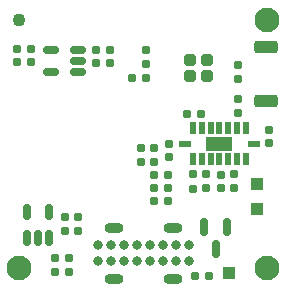
<source format=gbs>
G04 #@! TF.GenerationSoftware,KiCad,Pcbnew,9.0.2*
G04 #@! TF.CreationDate,2025-12-01T11:38:31+01:00*
G04 #@! TF.ProjectId,PCB,5043422e-6b69-4636-9164-5f7063625858,rev?*
G04 #@! TF.SameCoordinates,Original*
G04 #@! TF.FileFunction,Soldermask,Bot*
G04 #@! TF.FilePolarity,Negative*
%FSLAX46Y46*%
G04 Gerber Fmt 4.6, Leading zero omitted, Abs format (unit mm)*
G04 Created by KiCad (PCBNEW 9.0.2) date 2025-12-01 11:38:31*
%MOMM*%
%LPD*%
G01*
G04 APERTURE LIST*
G04 Aperture macros list*
%AMRoundRect*
0 Rectangle with rounded corners*
0 $1 Rounding radius*
0 $2 $3 $4 $5 $6 $7 $8 $9 X,Y pos of 4 corners*
0 Add a 4 corners polygon primitive as box body*
4,1,4,$2,$3,$4,$5,$6,$7,$8,$9,$2,$3,0*
0 Add four circle primitives for the rounded corners*
1,1,$1+$1,$2,$3*
1,1,$1+$1,$4,$5*
1,1,$1+$1,$6,$7*
1,1,$1+$1,$8,$9*
0 Add four rect primitives between the rounded corners*
20,1,$1+$1,$2,$3,$4,$5,0*
20,1,$1+$1,$4,$5,$6,$7,0*
20,1,$1+$1,$6,$7,$8,$9,0*
20,1,$1+$1,$8,$9,$2,$3,0*%
G04 Aperture macros list end*
%ADD10C,2.100000*%
%ADD11C,1.100000*%
%ADD12RoundRect,0.250000X-0.250000X-0.250000X0.250000X-0.250000X0.250000X0.250000X-0.250000X0.250000X0*%
%ADD13C,0.800000*%
%ADD14O,1.600000X0.900000*%
%ADD15RoundRect,0.160000X-0.160000X0.197500X-0.160000X-0.197500X0.160000X-0.197500X0.160000X0.197500X0*%
%ADD16RoundRect,0.155000X-0.155000X0.212500X-0.155000X-0.212500X0.155000X-0.212500X0.155000X0.212500X0*%
%ADD17RoundRect,0.155000X0.212500X0.155000X-0.212500X0.155000X-0.212500X-0.155000X0.212500X-0.155000X0*%
%ADD18R,0.500000X1.000000*%
%ADD19R,1.100000X0.500000*%
%ADD20R,2.320000X1.200000*%
%ADD21R,1.000000X1.000000*%
%ADD22RoundRect,0.160000X0.160000X-0.197500X0.160000X0.197500X-0.160000X0.197500X-0.160000X-0.197500X0*%
%ADD23RoundRect,0.160000X-0.197500X-0.160000X0.197500X-0.160000X0.197500X0.160000X-0.197500X0.160000X0*%
%ADD24RoundRect,0.150000X-0.150000X0.587500X-0.150000X-0.587500X0.150000X-0.587500X0.150000X0.587500X0*%
%ADD25RoundRect,0.150000X0.512500X0.150000X-0.512500X0.150000X-0.512500X-0.150000X0.512500X-0.150000X0*%
%ADD26RoundRect,0.155000X-0.212500X-0.155000X0.212500X-0.155000X0.212500X0.155000X-0.212500X0.155000X0*%
%ADD27RoundRect,0.150000X0.150000X-0.512500X0.150000X0.512500X-0.150000X0.512500X-0.150000X-0.512500X0*%
%ADD28RoundRect,0.160000X0.197500X0.160000X-0.197500X0.160000X-0.197500X-0.160000X0.197500X-0.160000X0*%
%ADD29RoundRect,0.275000X-0.725000X0.275000X-0.725000X-0.275000X0.725000X-0.275000X0.725000X0.275000X0*%
G04 APERTURE END LIST*
D10*
X110500000Y-89500000D03*
D11*
X89500000Y-89500000D03*
D12*
X104000000Y-92900001D03*
X104000000Y-94300001D03*
X105400000Y-92900001D03*
X105400000Y-94300001D03*
D10*
X89500000Y-110500000D03*
X110500000Y-110500000D03*
D13*
X96150000Y-108625000D03*
X97250000Y-108625000D03*
X98350000Y-108625000D03*
X99450000Y-108625000D03*
X100550000Y-108625000D03*
X101650000Y-108625000D03*
X102750000Y-108625000D03*
X103850000Y-108625000D03*
X103850000Y-109975000D03*
X102750000Y-109975000D03*
X101650000Y-109975000D03*
X100550000Y-109975000D03*
X99450000Y-109975000D03*
X98350000Y-109975000D03*
X97250000Y-109975000D03*
X96150000Y-109975000D03*
D14*
X97500000Y-107150000D03*
X97500000Y-111450000D03*
X102500000Y-107150000D03*
X102500000Y-111450000D03*
D15*
X100250000Y-92052500D03*
X100250000Y-93247500D03*
D16*
X93700000Y-109732500D03*
X93700000Y-110867500D03*
X97200000Y-92082500D03*
X97200000Y-93217500D03*
D17*
X90467500Y-92000000D03*
X89332500Y-92000000D03*
D16*
X92500000Y-109732500D03*
X92500000Y-110867500D03*
X110650000Y-98832500D03*
X110650000Y-99967500D03*
D18*
X104200000Y-101300000D03*
X104950000Y-101300000D03*
X105700000Y-101300000D03*
X106450000Y-101300000D03*
X107200000Y-101300000D03*
X107950000Y-101300000D03*
X108700000Y-101300000D03*
D19*
X103500000Y-100000000D03*
D20*
X106450000Y-100000000D03*
D19*
X109400000Y-100000000D03*
D18*
X104200000Y-98700000D03*
X104950000Y-98700000D03*
X105700000Y-98700000D03*
X106450000Y-98700000D03*
X107200000Y-98700000D03*
X107950000Y-98700000D03*
X108700000Y-98700000D03*
D21*
X109600000Y-103400000D03*
D22*
X108000000Y-94547500D03*
X108000000Y-93352500D03*
D23*
X100902500Y-103800000D03*
X102097500Y-103800000D03*
D17*
X102067500Y-102700000D03*
X100932500Y-102700000D03*
D15*
X107700000Y-102605000D03*
X107700000Y-103800000D03*
D24*
X105175000Y-107037500D03*
X107075000Y-107037500D03*
X106125000Y-108912500D03*
D22*
X104200000Y-103817500D03*
X104200000Y-102622500D03*
X99800000Y-101597500D03*
X99800000Y-100402500D03*
D16*
X102200000Y-100032500D03*
X102200000Y-101167500D03*
D23*
X103702500Y-97500000D03*
X104897500Y-97500000D03*
D25*
X94437500Y-92050000D03*
X94437500Y-93000000D03*
X94437500Y-93950000D03*
X92162500Y-93950000D03*
X92162500Y-92050000D03*
D15*
X100900000Y-100402500D03*
X100900000Y-101597500D03*
D26*
X99082500Y-94450000D03*
X100217500Y-94450000D03*
D16*
X93400000Y-106232500D03*
X93400000Y-107367500D03*
D17*
X90467500Y-93100000D03*
X89332500Y-93100000D03*
D15*
X105300000Y-102602500D03*
X105300000Y-103797500D03*
D27*
X92050000Y-108037500D03*
X91100000Y-108037500D03*
X90150000Y-108037500D03*
X90150000Y-105762500D03*
X92050000Y-105762500D03*
D16*
X96000000Y-92082500D03*
X96000000Y-93217500D03*
X106600000Y-102632500D03*
X106600000Y-103767500D03*
D23*
X100902500Y-104900000D03*
X102097500Y-104900000D03*
D28*
X105597500Y-111200000D03*
X104402500Y-111200000D03*
D16*
X94500000Y-106232500D03*
X94500000Y-107367500D03*
D29*
X110375000Y-91800000D03*
X110375000Y-96400000D03*
D15*
X108050000Y-96252500D03*
X108050000Y-97447500D03*
D21*
X109600000Y-105550000D03*
X107250000Y-111000000D03*
M02*

</source>
